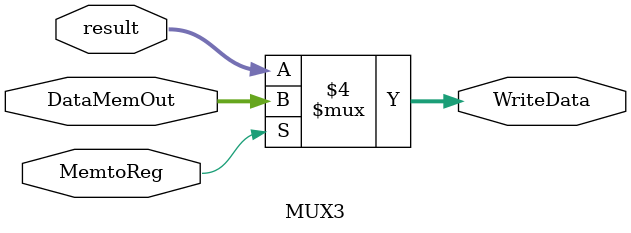
<source format=v>
`timescale 1ns / 1ps


module MUX3(input wire [8:0] DataMemOut,
            input wire [8:0] result,
            input wire MemtoReg,
            output reg [8:0] WriteData);

    always @(DataMemOut, result, MemtoReg)
        begin
            if(MemtoReg == 0) 
                 WriteData = result;
            else
                 WriteData = DataMemOut;
        end
endmodule


</source>
